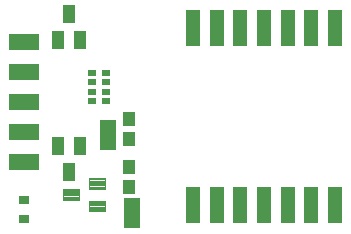
<source format=gbs>
G75*
%MOIN*%
%OFA0B0*%
%FSLAX25Y25*%
%IPPOS*%
%LPD*%
%AMOC8*
5,1,8,0,0,1.08239X$1,22.5*
%
%ADD10R,0.03550X0.02762*%
%ADD11R,0.10400X0.05400*%
%ADD12R,0.04337X0.04731*%
%ADD13R,0.02959X0.02369*%
%ADD14R,0.04337X0.05912*%
%ADD15C,0.00394*%
%ADD16R,0.05400X0.10400*%
%ADD17R,0.05124X0.12211*%
D10*
X0009800Y0010650D03*
X0009800Y0016950D03*
D11*
X0009800Y0029800D03*
X0009800Y0039800D03*
X0009800Y0049800D03*
X0009800Y0059800D03*
X0009800Y0069800D03*
D12*
X0044800Y0044146D03*
X0044800Y0037454D03*
X0044800Y0028146D03*
X0044800Y0021454D03*
D13*
X0037261Y0050076D03*
X0037261Y0053225D03*
X0037261Y0056375D03*
X0037261Y0059524D03*
X0032339Y0059524D03*
X0032339Y0056375D03*
X0032339Y0053225D03*
X0032339Y0050076D03*
D14*
X0028540Y0035131D03*
X0021060Y0035131D03*
X0024800Y0026469D03*
X0021060Y0070469D03*
X0028540Y0070469D03*
X0024800Y0079131D03*
D15*
X0031569Y0024314D02*
X0031569Y0020766D01*
X0031569Y0024314D02*
X0036693Y0024314D01*
X0036693Y0020766D01*
X0031569Y0020766D01*
X0031569Y0021159D02*
X0036693Y0021159D01*
X0036693Y0021552D02*
X0031569Y0021552D01*
X0031569Y0021945D02*
X0036693Y0021945D01*
X0036693Y0022338D02*
X0031569Y0022338D01*
X0031569Y0022731D02*
X0036693Y0022731D01*
X0036693Y0023124D02*
X0031569Y0023124D01*
X0031569Y0023517D02*
X0036693Y0023517D01*
X0036693Y0023910D02*
X0031569Y0023910D01*
X0031569Y0024303D02*
X0036693Y0024303D01*
X0031569Y0016834D02*
X0031569Y0013286D01*
X0031569Y0016834D02*
X0036693Y0016834D01*
X0036693Y0013286D01*
X0031569Y0013286D01*
X0031569Y0013679D02*
X0036693Y0013679D01*
X0036693Y0014072D02*
X0031569Y0014072D01*
X0031569Y0014465D02*
X0036693Y0014465D01*
X0036693Y0014858D02*
X0031569Y0014858D01*
X0031569Y0015251D02*
X0036693Y0015251D01*
X0036693Y0015644D02*
X0031569Y0015644D01*
X0031569Y0016037D02*
X0036693Y0016037D01*
X0036693Y0016430D02*
X0031569Y0016430D01*
X0031569Y0016823D02*
X0036693Y0016823D01*
X0022907Y0017026D02*
X0022907Y0020574D01*
X0028031Y0020574D01*
X0028031Y0017026D01*
X0022907Y0017026D01*
X0022907Y0017419D02*
X0028031Y0017419D01*
X0028031Y0017812D02*
X0022907Y0017812D01*
X0022907Y0018205D02*
X0028031Y0018205D01*
X0028031Y0018598D02*
X0022907Y0018598D01*
X0022907Y0018991D02*
X0028031Y0018991D01*
X0028031Y0019384D02*
X0022907Y0019384D01*
X0022907Y0019777D02*
X0028031Y0019777D01*
X0028031Y0020170D02*
X0022907Y0020170D01*
X0022907Y0020563D02*
X0028031Y0020563D01*
D16*
X0045800Y0012800D03*
X0037800Y0038800D03*
D17*
X0066178Y0015272D03*
X0074052Y0015272D03*
X0081926Y0015272D03*
X0089800Y0015272D03*
X0097674Y0015272D03*
X0105548Y0015272D03*
X0113422Y0015272D03*
X0113422Y0074328D03*
X0105548Y0074328D03*
X0097674Y0074328D03*
X0089800Y0074328D03*
X0081926Y0074328D03*
X0074052Y0074328D03*
X0066178Y0074328D03*
M02*

</source>
